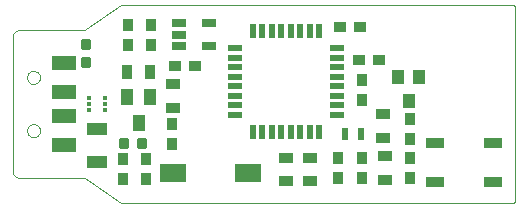
<source format=gtp>
G75*
%MOIN*%
%OFA0B0*%
%FSLAX24Y24*%
%IPPOS*%
%LPD*%
%AMOC8*
5,1,8,0,0,1.08239X$1,22.5*
%
%ADD10C,0.0000*%
%ADD11R,0.0512X0.0355*%
%ADD12R,0.0400X0.0450*%
%ADD13R,0.0400X0.0380*%
%ADD14R,0.0380X0.0400*%
%ADD15C,0.0088*%
%ADD16R,0.0236X0.0433*%
%ADD17R,0.0355X0.0512*%
%ADD18R,0.0709X0.0394*%
%ADD19R,0.0591X0.0354*%
%ADD20R,0.0394X0.0551*%
%ADD21R,0.0906X0.0630*%
%ADD22R,0.0500X0.0220*%
%ADD23R,0.0220X0.0500*%
%ADD24R,0.0787X0.0472*%
%ADD25R,0.0472X0.0272*%
%ADD26R,0.0177X0.0117*%
D10*
X006315Y002474D02*
X006315Y006900D01*
X006317Y006930D01*
X006322Y006960D01*
X006331Y006989D01*
X006344Y007016D01*
X006359Y007042D01*
X006378Y007066D01*
X006399Y007087D01*
X006423Y007106D01*
X006449Y007121D01*
X006476Y007134D01*
X006505Y007143D01*
X006535Y007148D01*
X006565Y007150D01*
X008636Y007150D01*
X008779Y007195D02*
X009915Y007988D01*
X022963Y007988D01*
X022980Y007986D01*
X022997Y007982D01*
X023013Y007975D01*
X023027Y007965D01*
X023040Y007952D01*
X023050Y007938D01*
X023057Y007922D01*
X023061Y007905D01*
X023063Y007888D01*
X023063Y001486D01*
X023061Y001469D01*
X023057Y001452D01*
X023050Y001436D01*
X023040Y001422D01*
X023027Y001409D01*
X023013Y001399D01*
X022997Y001392D01*
X022980Y001388D01*
X022963Y001386D01*
X009915Y001386D01*
X008740Y002224D01*
X006565Y002224D01*
X006535Y002226D01*
X006505Y002231D01*
X006476Y002240D01*
X006449Y002253D01*
X006423Y002268D01*
X006399Y002287D01*
X006378Y002308D01*
X006359Y002332D01*
X006344Y002358D01*
X006331Y002385D01*
X006322Y002414D01*
X006317Y002444D01*
X006315Y002474D01*
X006798Y003801D02*
X006800Y003830D01*
X006806Y003858D01*
X006815Y003886D01*
X006828Y003912D01*
X006845Y003935D01*
X006864Y003957D01*
X006886Y003976D01*
X006911Y003991D01*
X006937Y004004D01*
X006965Y004012D01*
X006993Y004017D01*
X007022Y004018D01*
X007051Y004015D01*
X007079Y004008D01*
X007106Y003998D01*
X007132Y003984D01*
X007155Y003967D01*
X007176Y003947D01*
X007194Y003924D01*
X007209Y003899D01*
X007220Y003872D01*
X007228Y003844D01*
X007232Y003815D01*
X007232Y003787D01*
X007228Y003758D01*
X007220Y003730D01*
X007209Y003703D01*
X007194Y003678D01*
X007176Y003655D01*
X007155Y003635D01*
X007132Y003618D01*
X007106Y003604D01*
X007079Y003594D01*
X007051Y003587D01*
X007022Y003584D01*
X006993Y003585D01*
X006965Y003590D01*
X006937Y003598D01*
X006911Y003611D01*
X006886Y003626D01*
X006864Y003645D01*
X006845Y003667D01*
X006828Y003690D01*
X006815Y003716D01*
X006806Y003744D01*
X006800Y003772D01*
X006798Y003801D01*
X006798Y005573D02*
X006800Y005602D01*
X006806Y005630D01*
X006815Y005658D01*
X006828Y005684D01*
X006845Y005707D01*
X006864Y005729D01*
X006886Y005748D01*
X006911Y005763D01*
X006937Y005776D01*
X006965Y005784D01*
X006993Y005789D01*
X007022Y005790D01*
X007051Y005787D01*
X007079Y005780D01*
X007106Y005770D01*
X007132Y005756D01*
X007155Y005739D01*
X007176Y005719D01*
X007194Y005696D01*
X007209Y005671D01*
X007220Y005644D01*
X007228Y005616D01*
X007232Y005587D01*
X007232Y005559D01*
X007228Y005530D01*
X007220Y005502D01*
X007209Y005475D01*
X007194Y005450D01*
X007176Y005427D01*
X007155Y005407D01*
X007132Y005390D01*
X007106Y005376D01*
X007079Y005366D01*
X007051Y005359D01*
X007022Y005356D01*
X006993Y005357D01*
X006965Y005362D01*
X006937Y005370D01*
X006911Y005383D01*
X006886Y005398D01*
X006864Y005417D01*
X006845Y005439D01*
X006828Y005462D01*
X006815Y005488D01*
X006806Y005516D01*
X006800Y005544D01*
X006798Y005573D01*
X008636Y007150D02*
X008666Y007152D01*
X008696Y007157D01*
X008725Y007167D01*
X008753Y007179D01*
X008779Y007195D01*
D11*
X011671Y005347D03*
X011671Y004560D03*
X015415Y002904D03*
X016235Y002904D03*
X016235Y002116D03*
X015415Y002116D03*
X018665Y003556D03*
X018745Y002944D03*
X018745Y002156D03*
X018665Y004344D03*
D12*
X019515Y004780D03*
X019865Y005580D03*
X019165Y005580D03*
D13*
X018519Y006140D03*
X017850Y006140D03*
X017909Y007250D03*
X017240Y007250D03*
X012399Y005950D03*
X011730Y005950D03*
D14*
X010935Y006665D03*
X010175Y006665D03*
X010175Y007335D03*
X010935Y007335D03*
X017965Y005485D03*
X017965Y004815D03*
X019565Y004185D03*
X019565Y003515D03*
X019565Y002885D03*
X019565Y002215D03*
X017955Y002215D03*
X017175Y002215D03*
X017175Y002885D03*
X017955Y002885D03*
X011625Y003365D03*
X011625Y004035D03*
X010777Y002844D03*
X009992Y002841D03*
X009992Y002171D03*
X010777Y002174D03*
D15*
X010746Y003269D02*
X010484Y003269D01*
X010484Y003531D01*
X010746Y003531D01*
X010746Y003269D01*
X010746Y003356D02*
X010484Y003356D01*
X010484Y003443D02*
X010746Y003443D01*
X010746Y003530D02*
X010484Y003530D01*
X010146Y003269D02*
X009884Y003269D01*
X009884Y003531D01*
X010146Y003531D01*
X010146Y003269D01*
X010146Y003356D02*
X009884Y003356D01*
X009884Y003443D02*
X010146Y003443D01*
X010146Y003530D02*
X009884Y003530D01*
X008875Y005957D02*
X008875Y006219D01*
X008875Y005957D02*
X008613Y005957D01*
X008613Y006219D01*
X008875Y006219D01*
X008875Y006044D02*
X008613Y006044D01*
X008613Y006131D02*
X008875Y006131D01*
X008875Y006218D02*
X008613Y006218D01*
X008875Y006557D02*
X008875Y006819D01*
X008875Y006557D02*
X008613Y006557D01*
X008613Y006819D01*
X008875Y006819D01*
X008875Y006644D02*
X008613Y006644D01*
X008613Y006731D02*
X008875Y006731D01*
X008875Y006818D02*
X008613Y006818D01*
D16*
X017389Y003671D03*
X017940Y003671D03*
D17*
X010908Y005750D03*
X010121Y005750D03*
D18*
X009135Y003860D03*
X009135Y002757D03*
D19*
X020400Y003400D03*
X022329Y003400D03*
X022329Y002100D03*
X020400Y002100D03*
D20*
X010889Y004933D03*
X010141Y004933D03*
X010515Y004067D03*
D21*
X011675Y002400D03*
X014155Y002400D03*
D22*
X013739Y004333D03*
X013739Y004648D03*
X013739Y004963D03*
X013739Y005278D03*
X013739Y005593D03*
X013739Y005908D03*
X013739Y006223D03*
X013739Y006538D03*
X017119Y006538D03*
X017119Y006223D03*
X017119Y005908D03*
X017119Y005593D03*
X017119Y005278D03*
X017119Y004963D03*
X017119Y004648D03*
X017119Y004333D03*
D23*
X016532Y003745D03*
X016217Y003745D03*
X015902Y003745D03*
X015587Y003745D03*
X015272Y003745D03*
X014957Y003745D03*
X014642Y003745D03*
X014327Y003745D03*
X014327Y007125D03*
X014642Y007125D03*
X014957Y007125D03*
X015272Y007125D03*
X015587Y007125D03*
X015902Y007125D03*
X016217Y007125D03*
X016532Y007125D03*
D24*
X008038Y006065D03*
X008038Y005081D03*
X008038Y004293D03*
X008038Y003309D03*
D25*
X011853Y006626D03*
X011853Y007000D03*
X011853Y007374D03*
X012877Y007374D03*
X012877Y006626D03*
D26*
X009381Y004902D03*
X009381Y004700D03*
X009381Y004498D03*
X008849Y004498D03*
X008849Y004700D03*
X008849Y004902D03*
M02*

</source>
